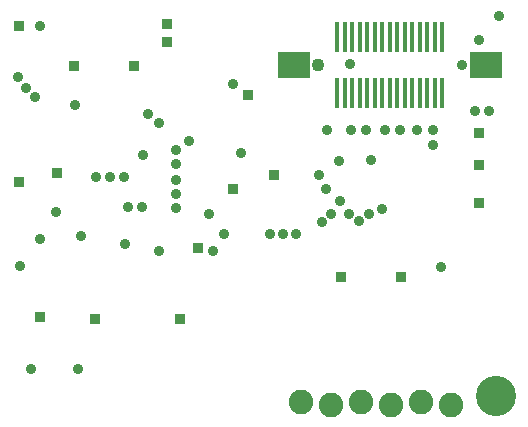
<source format=gbs>
G75*
%MOIN*%
%OFA0B0*%
%FSLAX24Y24*%
%IPPOS*%
%LPD*%
%AMOC8*
5,1,8,0,0,1.08239X$1,22.5*
%
%ADD10C,0.1340*%
%ADD11C,0.0820*%
%ADD12R,0.1064X0.0867*%
%ADD13R,0.0157X0.1004*%
%ADD14C,0.0434*%
%ADD15C,0.0356*%
%ADD16C,0.0360*%
%ADD17R,0.0360X0.0360*%
D10*
X017272Y002381D03*
D11*
X015788Y002092D03*
X014788Y002192D03*
X013788Y002092D03*
X012788Y002192D03*
X011788Y002092D03*
X010788Y002192D03*
D12*
X010525Y013404D03*
X016933Y013404D03*
D13*
X015479Y012479D03*
X015229Y012479D03*
X014979Y012479D03*
X014729Y012479D03*
X014479Y012479D03*
X014229Y012479D03*
X013979Y012479D03*
X013729Y012479D03*
X013479Y012479D03*
X013229Y012479D03*
X012979Y012479D03*
X012729Y012479D03*
X012479Y012479D03*
X012229Y012479D03*
X011979Y012479D03*
X011979Y014329D03*
X012229Y014329D03*
X012479Y014329D03*
X012729Y014329D03*
X012979Y014329D03*
X013229Y014329D03*
X013479Y014329D03*
X013729Y014329D03*
X013979Y014329D03*
X014229Y014329D03*
X014479Y014329D03*
X014729Y014329D03*
X014979Y014329D03*
X015229Y014329D03*
X015479Y014329D03*
D14*
X011328Y013404D03*
D15*
X016129Y013404D03*
D16*
X001772Y003286D03*
X003347Y003286D03*
X001418Y006711D03*
X002087Y007617D03*
X002599Y008522D03*
X003426Y007696D03*
X004922Y007459D03*
X006024Y007223D03*
X006615Y008640D03*
X006615Y009113D03*
X006615Y009585D03*
X006615Y010097D03*
X006615Y010570D03*
X007048Y010885D03*
X006024Y011475D03*
X005670Y011790D03*
X005512Y010412D03*
X004882Y009664D03*
X004410Y009664D03*
X003938Y009664D03*
X005001Y008680D03*
X005473Y008680D03*
X007717Y008444D03*
X008190Y007774D03*
X007835Y007223D03*
X009725Y007774D03*
X010158Y007774D03*
X010591Y007774D03*
X011473Y008164D03*
X011760Y008455D03*
X012075Y008865D03*
X012371Y008448D03*
X012717Y008203D03*
X013048Y008428D03*
X013465Y008601D03*
X011615Y009270D03*
X011379Y009743D03*
X012028Y010215D03*
X013095Y010251D03*
X012934Y011239D03*
X012441Y011239D03*
X011646Y011239D03*
X013556Y011239D03*
X014087Y011239D03*
X014623Y011239D03*
X015182Y011239D03*
X015182Y010727D03*
X016587Y011892D03*
X017024Y011892D03*
X016693Y014231D03*
X017363Y015058D03*
X012402Y013444D03*
X008780Y010491D03*
X008504Y012774D03*
X003229Y012066D03*
X001890Y012341D03*
X001615Y012656D03*
X001339Y013010D03*
X002087Y014703D03*
X015434Y006672D03*
D17*
X014095Y006357D03*
X012107Y006341D03*
X008504Y009270D03*
X009882Y009743D03*
X009016Y012420D03*
X006300Y014192D03*
X006300Y014782D03*
X005197Y013365D03*
X003190Y013365D03*
X001379Y014703D03*
X002638Y009822D03*
X001379Y009507D03*
X002087Y005018D03*
X003898Y004940D03*
X006733Y004940D03*
X007323Y007302D03*
X016693Y008798D03*
X016690Y010073D03*
X016705Y011136D03*
M02*

</source>
